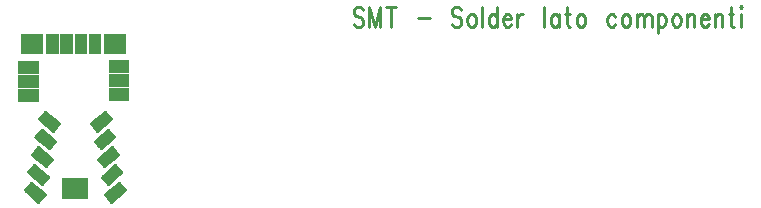
<source format=gbr>
*
*
G04 PADS Layout (Build Number 2008.43.1) generated Gerber (RS-274-X) file*
G04 PC Version=2.1*
*
%IN "P2007_0000_RBCS_RC_MAIS"*%
*
%MOIN*%
*
%FSLAX35Y35*%
*
*
*
*
G04 PC Standard Apertures*
*
*
G04 Thermal Relief Aperture macro.*
%AMTER*
1,1,$1,0,0*
1,0,$1-$2,0,0*
21,0,$3,$4,0,0,45*
21,0,$3,$4,0,0,135*
%
*
*
G04 Annular Aperture macro.*
%AMANN*
1,1,$1,0,0*
1,0,$2,0,0*
%
*
*
G04 Odd Aperture macro.*
%AMODD*
1,1,$1,0,0*
1,0,$1-0.005,0,0*
%
*
*
G04 PC Custom Aperture Macros*
*
*
*
*
*
*
G04 PC Aperture Table*
*
%ADD010C,0.01*%
%ADD040C,0.001*%
%ADD113R,0.06906X0.06906*%
%ADD159R,0.0415X0.0415*%
*
*
*
*
G04 PC Circuitry*
G04 Layer Name P2007_0000_RBCS_RC_MAIS - circuitry*
%LPD*%
*
*
G04 PC Custom Flashes*
G04 Layer Name P2007_0000_RBCS_RC_MAIS - flashes*
%LPD*%
*
*
G04 PC Circuitry*
G04 Layer Name P2007_0000_RBCS_RC_MAIS - circuitry*
%LPD*%
*
G54D10*
G01X401844Y423526D02*
X406368Y419730D01*
X408392Y422143*
X403868Y425939*
X401844Y423526*
X405211Y420701D02*
X407182D01*
X404019Y421701D02*
X408021D01*
X402828Y422701D02*
X407728D01*
X401990Y423701D02*
X406536D01*
X402829Y424701D02*
X405344D01*
X403669Y425701D02*
X404152D01*
X402701Y422807D02*
Y424547D01*
X403701Y421968D02*
Y425739D01*
X404701Y421129D02*
Y425241D01*
X405701Y420290D02*
Y424401D01*
X406701Y420127D02*
Y423562D01*
X407701Y421319D02*
Y422723D01*
X423691Y425939D02*
X419167Y422143D01*
X421191Y419730*
X425715Y423526*
X423691Y425939*
X420377Y420701D02*
X422348D01*
X419538Y421701D02*
X423540D01*
X419831Y422701D02*
X424731D01*
X421023Y423701D02*
X425569D01*
X422215Y424701D02*
X424730D01*
X423407Y425701D02*
X423891D01*
X419701Y421507D02*
Y422591D01*
X420701Y420315D02*
Y423430D01*
X421701Y420158D02*
Y424269D01*
X422701Y420997D02*
Y425108D01*
X423701Y421836D02*
Y425927D01*
X424701Y422675D02*
Y424735D01*
X425701Y423514D02*
Y423543D01*
X400663Y417621D02*
X405187Y413825D01*
X407211Y416238*
X402687Y420033*
X400663Y417621*
X404143Y414701D02*
X405922D01*
X402951Y415701D02*
X406761D01*
X401759Y416701D02*
X406659D01*
X400730Y417701D02*
X405467D01*
X401569Y418701D02*
X404276D01*
X402408Y419701D02*
X403084D01*
X400701Y417589D02*
Y417666D01*
X401701Y416750D02*
Y418858D01*
X402701Y415911D02*
Y420022D01*
X403701Y415072D02*
Y419183D01*
X404701Y414232D02*
Y418344D01*
X405701Y414437D02*
Y417505D01*
X406701Y415629D02*
Y416666D01*
X424872Y420033D02*
X420348Y416238D01*
X422372Y413825*
X426896Y417621*
X424872Y420033*
X421637Y414701D02*
X423416D01*
X420798Y415701D02*
X424608D01*
X420900Y416701D02*
X425800D01*
X422092Y417701D02*
X426829D01*
X423283Y418701D02*
X425990D01*
X424475Y419701D02*
X425151D01*
X420701Y415817D02*
Y416534D01*
X421701Y414625D02*
Y417373D01*
X422701Y414100D02*
Y418212D01*
X423701Y414939D02*
Y419051D01*
X424701Y415779D02*
Y419890D01*
X425701Y416618D02*
Y419045D01*
X426701Y417457D02*
Y417854D01*
X399482Y411715D02*
X404006Y407919D01*
X406030Y410332*
X401506Y414128*
X399482Y411715*
X403074Y408701D02*
X404661D01*
X401882Y409701D02*
X405500D01*
X400691Y410701D02*
X405591D01*
X399499Y411701D02*
X404399D01*
X400309Y412701D02*
X403207D01*
X401148Y413701D02*
X402015D01*
X399701Y411531D02*
Y411976D01*
X400701Y410692D02*
Y413168D01*
X401701Y409853D02*
Y413965D01*
X402701Y409014D02*
Y413126D01*
X403701Y408175D02*
Y412287D01*
X404701Y408748D02*
Y411447D01*
X405701Y409940D02*
Y410608D01*
X426053Y414128D02*
X421529Y410332D01*
X423553Y407919*
X428077Y411715*
X426053Y414128*
X422898Y408701D02*
X424485D01*
X422059Y409701D02*
X425677D01*
X421968Y410701D02*
X426868D01*
X423160Y411701D02*
X428060D01*
X424352Y412701D02*
X427250D01*
X425544Y413701D02*
X426411D01*
X421701Y410127D02*
Y410476D01*
X422701Y408935D02*
Y411315D01*
X423701Y408043D02*
Y412154D01*
X424701Y408882D02*
Y412993D01*
X425701Y409721D02*
Y413833D01*
X426701Y410560D02*
Y413356D01*
X427701Y411399D02*
Y412164D01*
X398301Y405810D02*
X402824Y402014D01*
X404849Y404426*
X400325Y408222*
X398301Y405810*
X402006Y402701D02*
X403401D01*
X400814Y403701D02*
X404240D01*
X399622Y404701D02*
X404522D01*
X398430Y405701D02*
X403330D01*
X399048Y406701D02*
X402139D01*
X399887Y407701D02*
X400947D01*
X398701Y405474D02*
Y406287D01*
X399701Y404635D02*
Y407478D01*
X400701Y403796D02*
Y407907D01*
X401701Y402957D02*
Y407068D01*
X402701Y402118D02*
Y406229D01*
X403701Y403058D02*
Y405390D01*
X404701Y404250D02*
Y404551D01*
X427234Y408222D02*
X422710Y404426D01*
X424735Y402014*
X429258Y405810*
X427234Y408222*
X424158Y402701D02*
X425553D01*
X423319Y403701D02*
X426745D01*
X423037Y404701D02*
X427937D01*
X424229Y405701D02*
X429129D01*
X425420Y406701D02*
X428511D01*
X426612Y407701D02*
X427672D01*
X423701Y403246D02*
Y405258D01*
X424701Y402054D02*
Y406097D01*
X425701Y402824D02*
Y406936D01*
X426701Y403664D02*
Y407775D01*
X427701Y404503D02*
Y407666D01*
X428701Y405342D02*
Y406474D01*
X397119Y399904D02*
X401643Y396108D01*
X403668Y398521*
X399144Y402317*
X397119Y399904*
X400937Y396701D02*
X402141D01*
X399745Y397701D02*
X402980D01*
X398554Y398701D02*
X403454D01*
X397362Y399701D02*
X402262D01*
X397788Y400701D02*
X401070D01*
X398627Y401701D02*
X399878D01*
X397701Y399416D02*
Y400597D01*
X398701Y398577D02*
Y401789D01*
X399701Y397738D02*
Y401850D01*
X400701Y396899D02*
Y401011D01*
X401701Y396177D02*
Y400172D01*
X402701Y397368D02*
Y399332D01*
X428415Y402317D02*
X423891Y398521D01*
X425916Y396108*
X430440Y399904*
X428415Y402317*
X425418Y396701D02*
X426622D01*
X424579Y397701D02*
X427814D01*
X424105Y398701D02*
X429005D01*
X425297Y399701D02*
X430197D01*
X426489Y400701D02*
X429771D01*
X427681Y401701D02*
X428932D01*
X424701Y397556D02*
Y399200D01*
X425701Y396364D02*
Y400039D01*
X426701Y396767D02*
Y400879D01*
X427701Y397606D02*
Y401718D01*
X428701Y398445D02*
Y401976D01*
X429701Y399284D02*
Y400785D01*
X509875Y459956D02*
X509420Y460581D01*
X508738Y460893*
X507829*
X507147Y460581*
X506693Y459956*
Y459331*
X506920Y458706*
X507147Y458393*
X507602Y458081*
X508966Y457456*
X509420Y457143*
X509647Y456831*
X509875Y456206*
Y455268*
X509420Y454643*
X508738Y454331*
X507829*
X507147Y454643*
X506693Y455268*
X511920Y460893D02*
Y454331D01*
Y460893D02*
X513738Y454331D01*
X515557Y460893D02*
X513738Y454331D01*
X515557Y460893D02*
Y454331D01*
X519193Y460893D02*
Y454331D01*
X517602Y460893D02*
X520784D01*
X528057Y457143D02*
X532147D01*
X542602Y459956D02*
X542147Y460581D01*
X541466Y460893*
X540557*
X539875Y460581*
X539420Y459956*
Y459331*
X539647Y458706*
X539875Y458393*
X540329Y458081*
X541693Y457456*
X542147Y457143*
X542375Y456831*
X542602Y456206*
Y455268*
X542147Y454643*
X541466Y454331*
X540557*
X539875Y454643*
X539420Y455268*
X545784Y458706D02*
X545329Y458393D01*
X544875Y457768*
X544647Y456831*
Y456206*
X544875Y455268*
X545329Y454643*
X545784Y454331*
X546466*
X546920Y454643*
X547375Y455268*
X547602Y456206*
Y456831*
X547375Y457768*
X546920Y458393*
X546466Y458706*
X545784*
X549647Y460893D02*
Y454331D01*
X554420Y460893D02*
Y454331D01*
Y457768D02*
X553966Y458393D01*
X553511Y458706*
X552829*
X552375Y458393*
X551920Y457768*
X551693Y456831*
Y456206*
X551920Y455268*
X552375Y454643*
X552829Y454331*
X553511*
X553966Y454643*
X554420Y455268*
X556466Y456831D02*
X559193D01*
Y457456*
X558966Y458081*
X558738Y458393*
X558284Y458706*
X557602*
X557147Y458393*
X556693Y457768*
X556466Y456831*
Y456206*
X556693Y455268*
X557147Y454643*
X557602Y454331*
X558284*
X558738Y454643*
X559193Y455268*
X561238Y458706D02*
Y454331D01*
Y456831D02*
X561466Y457768D01*
X561920Y458393*
X562375Y458706*
X563057*
X570329Y460893D02*
Y454331D01*
X575102Y458706D02*
Y454331D01*
Y457768D02*
X574647Y458393D01*
X574193Y458706*
X573511*
X573057Y458393*
X572602Y457768*
X572375Y456831*
Y456206*
X572602Y455268*
X573057Y454643*
X573511Y454331*
X574193*
X574647Y454643*
X575102Y455268*
X577829Y460893D02*
Y455581D01*
X578057Y454643*
X578511Y454331*
X578966*
X577147Y458706D02*
X578738D01*
X582147D02*
X581693Y458393D01*
X581238Y457768*
X581011Y456831*
Y456206*
X581238Y455268*
X581693Y454643*
X582147Y454331*
X582829*
X583284Y454643*
X583738Y455268*
X583966Y456206*
Y456831*
X583738Y457768*
X583284Y458393*
X582829Y458706*
X582147*
X593966Y457768D02*
X593511Y458393D01*
X593057Y458706*
X592375*
X591920Y458393*
X591466Y457768*
X591238Y456831*
Y456206*
X591466Y455268*
X591920Y454643*
X592375Y454331*
X593057*
X593511Y454643*
X593966Y455268*
X597147Y458706D02*
X596693Y458393D01*
X596238Y457768*
X596011Y456831*
Y456206*
X596238Y455268*
X596693Y454643*
X597147Y454331*
X597829*
X598284Y454643*
X598738Y455268*
X598966Y456206*
Y456831*
X598738Y457768*
X598284Y458393*
X597829Y458706*
X597147*
X601011D02*
Y454331D01*
Y457456D02*
X601693Y458393D01*
X602147Y458706*
X602829*
X603284Y458393*
X603511Y457456*
Y454331*
Y457456D02*
X604193Y458393D01*
X604647Y458706*
X605329*
X605784Y458393*
X606011Y457456*
Y454331*
X608057Y458706D02*
Y452143D01*
Y457768D02*
X608511Y458393D01*
X608966Y458706*
X609647*
X610102Y458393*
X610557Y457768*
X610784Y456831*
Y456206*
X610557Y455268*
X610102Y454643*
X609647Y454331*
X608966*
X608511Y454643*
X608057Y455268*
X613966Y458706D02*
X613511Y458393D01*
X613057Y457768*
X612829Y456831*
Y456206*
X613057Y455268*
X613511Y454643*
X613966Y454331*
X614647*
X615102Y454643*
X615557Y455268*
X615784Y456206*
Y456831*
X615557Y457768*
X615102Y458393*
X614647Y458706*
X613966*
X617829D02*
Y454331D01*
Y457456D02*
X618511Y458393D01*
X618966Y458706*
X619647*
X620102Y458393*
X620329Y457456*
Y454331*
X622375Y456831D02*
X625102D01*
Y457456*
X624875Y458081*
X624647Y458393*
X624193Y458706*
X623511*
X623057Y458393*
X622602Y457768*
X622375Y456831*
Y456206*
X622602Y455268*
X623057Y454643*
X623511Y454331*
X624193*
X624647Y454643*
X625102Y455268*
X627147Y458706D02*
Y454331D01*
Y457456D02*
X627829Y458393D01*
X628284Y458706*
X628966*
X629420Y458393*
X629647Y457456*
Y454331*
X632375Y460893D02*
Y455581D01*
X632602Y454643*
X633057Y454331*
X633511*
X631693Y458706D02*
X633284D01*
X635557Y460893D02*
X635784Y460581D01*
X636011Y460893*
X635784Y461206*
X635557Y460893*
X635784Y458706D02*
Y454331D01*
G54D40*
G54D113*
X412795Y400394D02*
X414764D01*
X399813Y448599D02*
X399419D01*
X427372D02*
X426978D01*
G54D159*
X399705Y431399D02*
X396949D01*
X399705Y436124D02*
X396949D01*
X399705Y440848D02*
X396949D01*
X427110Y441170D02*
X429866D01*
X427110Y436446D02*
X429866D01*
X427110Y431722D02*
X429866D01*
X406309Y447221D02*
Y449977D01*
X411033Y447221D02*
Y449977D01*
X415758Y447221D02*
Y449977D01*
X420482Y447221D02*
Y449977D01*
X0Y0D02*
M02*

</source>
